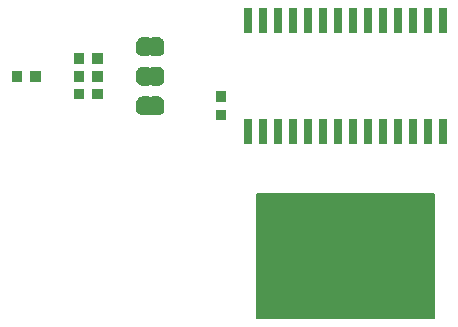
<source format=gbs>
G04 #@! TF.GenerationSoftware,KiCad,Pcbnew,(5.0.2)-1*
G04 #@! TF.CreationDate,2020-02-29T00:21:09+09:00*
G04 #@! TF.ProjectId,House,486f7573-652e-46b6-9963-61645f706362,rev?*
G04 #@! TF.SameCoordinates,Original*
G04 #@! TF.FileFunction,Soldermask,Bot*
G04 #@! TF.FilePolarity,Negative*
%FSLAX46Y46*%
G04 Gerber Fmt 4.6, Leading zero omitted, Abs format (unit mm)*
G04 Created by KiCad (PCBNEW (5.0.2)-1) date 2020/02/29 0:21:09*
%MOMM*%
%LPD*%
G01*
G04 APERTURE LIST*
%ADD10C,0.150000*%
%ADD11C,0.100000*%
G04 APERTURE END LIST*
D10*
G36*
X140000000Y-100000000D02*
X155000000Y-100000000D01*
X155000000Y-110500000D01*
X140000000Y-110500000D01*
X140000000Y-100000000D01*
G37*
X140000000Y-100000000D02*
X155000000Y-100000000D01*
X155000000Y-110500000D01*
X140000000Y-110500000D01*
X140000000Y-100000000D01*
D11*
G36*
X153366000Y-110496000D02*
X151794000Y-110496000D01*
X151794000Y-101504000D01*
X153366000Y-101504000D01*
X153366000Y-110496000D01*
X153366000Y-110496000D01*
G37*
G36*
X148286000Y-110496000D02*
X146714000Y-110496000D01*
X146714000Y-101504000D01*
X148286000Y-101504000D01*
X148286000Y-110496000D01*
X148286000Y-110496000D01*
G37*
G36*
X145746000Y-110496000D02*
X144174000Y-110496000D01*
X144174000Y-101504000D01*
X145746000Y-101504000D01*
X145746000Y-110496000D01*
X145746000Y-110496000D01*
G37*
G36*
X143206000Y-110496000D02*
X141634000Y-110496000D01*
X141634000Y-101504000D01*
X143206000Y-101504000D01*
X143206000Y-110496000D01*
X143206000Y-110496000D01*
G37*
G36*
X150826000Y-110496000D02*
X149254000Y-110496000D01*
X149254000Y-101504000D01*
X150826000Y-101504000D01*
X150826000Y-110496000D01*
X150826000Y-110496000D01*
G37*
G36*
X142136000Y-95751000D02*
X141434000Y-95751000D01*
X141434000Y-93649000D01*
X142136000Y-93649000D01*
X142136000Y-95751000D01*
X142136000Y-95751000D01*
G37*
G36*
X139596000Y-95751000D02*
X138894000Y-95751000D01*
X138894000Y-93649000D01*
X139596000Y-93649000D01*
X139596000Y-95751000D01*
X139596000Y-95751000D01*
G37*
G36*
X140866000Y-95751000D02*
X140164000Y-95751000D01*
X140164000Y-93649000D01*
X140866000Y-93649000D01*
X140866000Y-95751000D01*
X140866000Y-95751000D01*
G37*
G36*
X143406000Y-95751000D02*
X142704000Y-95751000D01*
X142704000Y-93649000D01*
X143406000Y-93649000D01*
X143406000Y-95751000D01*
X143406000Y-95751000D01*
G37*
G36*
X144676000Y-95751000D02*
X143974000Y-95751000D01*
X143974000Y-93649000D01*
X144676000Y-93649000D01*
X144676000Y-95751000D01*
X144676000Y-95751000D01*
G37*
G36*
X145946000Y-95751000D02*
X145244000Y-95751000D01*
X145244000Y-93649000D01*
X145946000Y-93649000D01*
X145946000Y-95751000D01*
X145946000Y-95751000D01*
G37*
G36*
X147216000Y-95751000D02*
X146514000Y-95751000D01*
X146514000Y-93649000D01*
X147216000Y-93649000D01*
X147216000Y-95751000D01*
X147216000Y-95751000D01*
G37*
G36*
X149756000Y-95751000D02*
X149054000Y-95751000D01*
X149054000Y-93649000D01*
X149756000Y-93649000D01*
X149756000Y-95751000D01*
X149756000Y-95751000D01*
G37*
G36*
X151026000Y-95751000D02*
X150324000Y-95751000D01*
X150324000Y-93649000D01*
X151026000Y-93649000D01*
X151026000Y-95751000D01*
X151026000Y-95751000D01*
G37*
G36*
X152296000Y-95751000D02*
X151594000Y-95751000D01*
X151594000Y-93649000D01*
X152296000Y-93649000D01*
X152296000Y-95751000D01*
X152296000Y-95751000D01*
G37*
G36*
X156106000Y-95751000D02*
X155404000Y-95751000D01*
X155404000Y-93649000D01*
X156106000Y-93649000D01*
X156106000Y-95751000D01*
X156106000Y-95751000D01*
G37*
G36*
X154836000Y-95751000D02*
X154134000Y-95751000D01*
X154134000Y-93649000D01*
X154836000Y-93649000D01*
X154836000Y-95751000D01*
X154836000Y-95751000D01*
G37*
G36*
X153566000Y-95751000D02*
X152864000Y-95751000D01*
X152864000Y-93649000D01*
X153566000Y-93649000D01*
X153566000Y-95751000D01*
X153566000Y-95751000D01*
G37*
G36*
X148486000Y-95751000D02*
X147784000Y-95751000D01*
X147784000Y-93649000D01*
X148486000Y-93649000D01*
X148486000Y-95751000D01*
X148486000Y-95751000D01*
G37*
G36*
X137451000Y-93751000D02*
X136549000Y-93751000D01*
X136549000Y-92849000D01*
X137451000Y-92849000D01*
X137451000Y-93751000D01*
X137451000Y-93751000D01*
G37*
G36*
X130859999Y-91699737D02*
X130869611Y-91702653D01*
X130878469Y-91707388D01*
X130886237Y-91713763D01*
X130896446Y-91726202D01*
X130903372Y-91736568D01*
X130920698Y-91753895D01*
X130941073Y-91767510D01*
X130963711Y-91776888D01*
X130987745Y-91781669D01*
X131012249Y-91781669D01*
X131036283Y-91776889D01*
X131058922Y-91767513D01*
X131079297Y-91753899D01*
X131096624Y-91736573D01*
X131103552Y-91726204D01*
X131113763Y-91713763D01*
X131121531Y-91707388D01*
X131130389Y-91702653D01*
X131140001Y-91699737D01*
X131156140Y-91698148D01*
X131643860Y-91698148D01*
X131662198Y-91699954D01*
X131674450Y-91700556D01*
X131692869Y-91700556D01*
X131715149Y-91702750D01*
X131799236Y-91719476D01*
X131820655Y-91725974D01*
X131899871Y-91758785D01*
X131919607Y-91769335D01*
X131990897Y-91816969D01*
X132008208Y-91831176D01*
X132068824Y-91891792D01*
X132083031Y-91909103D01*
X132130665Y-91980393D01*
X132141215Y-92000129D01*
X132174026Y-92079345D01*
X132180524Y-92100764D01*
X132197250Y-92184851D01*
X132199444Y-92207131D01*
X132199444Y-92225550D01*
X132200046Y-92237802D01*
X132201852Y-92256140D01*
X132201852Y-92743861D01*
X132200046Y-92762198D01*
X132199444Y-92774450D01*
X132199444Y-92792869D01*
X132197250Y-92815149D01*
X132180524Y-92899236D01*
X132174026Y-92920655D01*
X132141215Y-92999871D01*
X132130665Y-93019607D01*
X132083031Y-93090897D01*
X132068824Y-93108208D01*
X132008208Y-93168824D01*
X131990897Y-93183031D01*
X131919607Y-93230665D01*
X131899871Y-93241215D01*
X131820655Y-93274026D01*
X131799236Y-93280524D01*
X131715149Y-93297250D01*
X131692869Y-93299444D01*
X131674450Y-93299444D01*
X131662198Y-93300046D01*
X131643861Y-93301852D01*
X131156140Y-93301852D01*
X131140001Y-93300263D01*
X131130389Y-93297347D01*
X131121531Y-93292612D01*
X131113763Y-93286237D01*
X131103554Y-93273798D01*
X131096628Y-93263432D01*
X131079302Y-93246105D01*
X131058927Y-93232490D01*
X131036289Y-93223112D01*
X131012255Y-93218331D01*
X130987751Y-93218331D01*
X130963717Y-93223111D01*
X130941078Y-93232487D01*
X130920703Y-93246101D01*
X130903376Y-93263427D01*
X130896448Y-93273796D01*
X130886237Y-93286237D01*
X130878469Y-93292612D01*
X130869611Y-93297347D01*
X130859999Y-93300263D01*
X130843860Y-93301852D01*
X130356139Y-93301852D01*
X130337802Y-93300046D01*
X130325550Y-93299444D01*
X130307131Y-93299444D01*
X130284851Y-93297250D01*
X130200764Y-93280524D01*
X130179345Y-93274026D01*
X130100129Y-93241215D01*
X130080393Y-93230665D01*
X130009103Y-93183031D01*
X129991792Y-93168824D01*
X129931176Y-93108208D01*
X129916969Y-93090897D01*
X129869335Y-93019607D01*
X129858785Y-92999871D01*
X129825974Y-92920655D01*
X129819476Y-92899236D01*
X129802750Y-92815149D01*
X129800556Y-92792869D01*
X129800556Y-92774450D01*
X129799954Y-92762198D01*
X129798148Y-92743861D01*
X129798148Y-92256140D01*
X129799954Y-92237802D01*
X129800556Y-92225550D01*
X129800556Y-92207131D01*
X129802750Y-92184851D01*
X129819476Y-92100764D01*
X129825974Y-92079345D01*
X129858785Y-92000129D01*
X129869335Y-91980393D01*
X129916969Y-91909103D01*
X129931176Y-91891792D01*
X129991792Y-91831176D01*
X130009103Y-91816969D01*
X130080393Y-91769335D01*
X130100129Y-91758785D01*
X130179345Y-91725974D01*
X130200764Y-91719476D01*
X130284851Y-91702750D01*
X130307131Y-91700556D01*
X130325550Y-91700556D01*
X130337802Y-91699954D01*
X130356140Y-91698148D01*
X130843860Y-91698148D01*
X130859999Y-91699737D01*
X130859999Y-91699737D01*
G37*
G36*
X137451000Y-92151000D02*
X136549000Y-92151000D01*
X136549000Y-91249000D01*
X137451000Y-91249000D01*
X137451000Y-92151000D01*
X137451000Y-92151000D01*
G37*
G36*
X125401000Y-91951000D02*
X124499000Y-91951000D01*
X124499000Y-91049000D01*
X125401000Y-91049000D01*
X125401000Y-91951000D01*
X125401000Y-91951000D01*
G37*
G36*
X127001000Y-91951000D02*
X126099000Y-91951000D01*
X126099000Y-91049000D01*
X127001000Y-91049000D01*
X127001000Y-91951000D01*
X127001000Y-91951000D01*
G37*
G36*
X130859999Y-89199737D02*
X130869611Y-89202653D01*
X130878469Y-89207388D01*
X130886237Y-89213763D01*
X130896446Y-89226202D01*
X130903372Y-89236568D01*
X130920698Y-89253895D01*
X130941073Y-89267510D01*
X130963711Y-89276888D01*
X130987745Y-89281669D01*
X131012249Y-89281669D01*
X131036283Y-89276889D01*
X131058922Y-89267513D01*
X131079297Y-89253899D01*
X131096624Y-89236573D01*
X131103552Y-89226204D01*
X131113763Y-89213763D01*
X131121531Y-89207388D01*
X131130389Y-89202653D01*
X131140001Y-89199737D01*
X131156140Y-89198148D01*
X131643860Y-89198148D01*
X131662198Y-89199954D01*
X131674450Y-89200556D01*
X131692869Y-89200556D01*
X131715149Y-89202750D01*
X131799236Y-89219476D01*
X131820655Y-89225974D01*
X131899871Y-89258785D01*
X131919607Y-89269335D01*
X131990897Y-89316969D01*
X132008208Y-89331176D01*
X132068824Y-89391792D01*
X132083031Y-89409103D01*
X132130665Y-89480393D01*
X132141215Y-89500129D01*
X132174026Y-89579345D01*
X132180524Y-89600764D01*
X132197250Y-89684851D01*
X132199444Y-89707131D01*
X132199444Y-89725550D01*
X132200046Y-89737802D01*
X132201852Y-89756140D01*
X132201852Y-90243861D01*
X132200046Y-90262198D01*
X132199444Y-90274450D01*
X132199444Y-90292869D01*
X132197250Y-90315149D01*
X132180524Y-90399236D01*
X132174026Y-90420655D01*
X132141215Y-90499871D01*
X132130665Y-90519607D01*
X132083031Y-90590897D01*
X132068824Y-90608208D01*
X132008208Y-90668824D01*
X131990897Y-90683031D01*
X131919607Y-90730665D01*
X131899871Y-90741215D01*
X131820655Y-90774026D01*
X131799236Y-90780524D01*
X131715149Y-90797250D01*
X131692869Y-90799444D01*
X131674450Y-90799444D01*
X131662198Y-90800046D01*
X131643861Y-90801852D01*
X131156140Y-90801852D01*
X131140001Y-90800263D01*
X131130389Y-90797347D01*
X131121531Y-90792612D01*
X131113763Y-90786237D01*
X131103554Y-90773798D01*
X131096628Y-90763432D01*
X131079302Y-90746105D01*
X131058927Y-90732490D01*
X131036289Y-90723112D01*
X131012255Y-90718331D01*
X130987751Y-90718331D01*
X130963717Y-90723111D01*
X130941078Y-90732487D01*
X130920703Y-90746101D01*
X130903376Y-90763427D01*
X130896448Y-90773796D01*
X130886237Y-90786237D01*
X130878469Y-90792612D01*
X130869611Y-90797347D01*
X130859999Y-90800263D01*
X130843860Y-90801852D01*
X130356139Y-90801852D01*
X130337802Y-90800046D01*
X130325550Y-90799444D01*
X130307131Y-90799444D01*
X130284851Y-90797250D01*
X130200764Y-90780524D01*
X130179345Y-90774026D01*
X130100129Y-90741215D01*
X130080393Y-90730665D01*
X130009103Y-90683031D01*
X129991792Y-90668824D01*
X129931176Y-90608208D01*
X129916969Y-90590897D01*
X129869335Y-90519607D01*
X129858785Y-90499871D01*
X129825974Y-90420655D01*
X129819476Y-90399236D01*
X129802750Y-90315149D01*
X129800556Y-90292869D01*
X129800556Y-90274450D01*
X129799954Y-90262198D01*
X129798148Y-90243861D01*
X129798148Y-89756140D01*
X129799954Y-89737802D01*
X129800556Y-89725550D01*
X129800556Y-89707131D01*
X129802750Y-89684851D01*
X129819476Y-89600764D01*
X129825974Y-89579345D01*
X129858785Y-89500129D01*
X129869335Y-89480393D01*
X129916969Y-89409103D01*
X129931176Y-89391792D01*
X129991792Y-89331176D01*
X130009103Y-89316969D01*
X130080393Y-89269335D01*
X130100129Y-89258785D01*
X130179345Y-89225974D01*
X130200764Y-89219476D01*
X130284851Y-89202750D01*
X130307131Y-89200556D01*
X130325550Y-89200556D01*
X130337802Y-89199954D01*
X130356140Y-89198148D01*
X130843860Y-89198148D01*
X130859999Y-89199737D01*
X130859999Y-89199737D01*
G37*
G36*
X127001000Y-90451000D02*
X126099000Y-90451000D01*
X126099000Y-89549000D01*
X127001000Y-89549000D01*
X127001000Y-90451000D01*
X127001000Y-90451000D01*
G37*
G36*
X125401000Y-90451000D02*
X124499000Y-90451000D01*
X124499000Y-89549000D01*
X125401000Y-89549000D01*
X125401000Y-90451000D01*
X125401000Y-90451000D01*
G37*
G36*
X121751000Y-90451000D02*
X120849000Y-90451000D01*
X120849000Y-89549000D01*
X121751000Y-89549000D01*
X121751000Y-90451000D01*
X121751000Y-90451000D01*
G37*
G36*
X120151000Y-90451000D02*
X119249000Y-90451000D01*
X119249000Y-89549000D01*
X120151000Y-89549000D01*
X120151000Y-90451000D01*
X120151000Y-90451000D01*
G37*
G36*
X125401000Y-88951000D02*
X124499000Y-88951000D01*
X124499000Y-88049000D01*
X125401000Y-88049000D01*
X125401000Y-88951000D01*
X125401000Y-88951000D01*
G37*
G36*
X127001000Y-88951000D02*
X126099000Y-88951000D01*
X126099000Y-88049000D01*
X127001000Y-88049000D01*
X127001000Y-88951000D01*
X127001000Y-88951000D01*
G37*
G36*
X130859999Y-86699737D02*
X130869611Y-86702653D01*
X130878469Y-86707388D01*
X130886237Y-86713763D01*
X130896446Y-86726202D01*
X130903372Y-86736568D01*
X130920698Y-86753895D01*
X130941073Y-86767510D01*
X130963711Y-86776888D01*
X130987745Y-86781669D01*
X131012249Y-86781669D01*
X131036283Y-86776889D01*
X131058922Y-86767513D01*
X131079297Y-86753899D01*
X131096624Y-86736573D01*
X131103552Y-86726204D01*
X131113763Y-86713763D01*
X131121531Y-86707388D01*
X131130389Y-86702653D01*
X131140001Y-86699737D01*
X131156140Y-86698148D01*
X131643860Y-86698148D01*
X131662198Y-86699954D01*
X131674450Y-86700556D01*
X131692869Y-86700556D01*
X131715149Y-86702750D01*
X131799236Y-86719476D01*
X131820655Y-86725974D01*
X131899871Y-86758785D01*
X131919607Y-86769335D01*
X131990897Y-86816969D01*
X132008208Y-86831176D01*
X132068824Y-86891792D01*
X132083031Y-86909103D01*
X132130665Y-86980393D01*
X132141215Y-87000129D01*
X132174026Y-87079345D01*
X132180524Y-87100764D01*
X132197250Y-87184851D01*
X132199444Y-87207131D01*
X132199444Y-87225550D01*
X132200046Y-87237802D01*
X132201852Y-87256140D01*
X132201852Y-87743861D01*
X132200046Y-87762198D01*
X132199444Y-87774450D01*
X132199444Y-87792869D01*
X132197250Y-87815149D01*
X132180524Y-87899236D01*
X132174026Y-87920655D01*
X132141215Y-87999871D01*
X132130665Y-88019607D01*
X132083031Y-88090897D01*
X132068824Y-88108208D01*
X132008208Y-88168824D01*
X131990897Y-88183031D01*
X131919607Y-88230665D01*
X131899871Y-88241215D01*
X131820655Y-88274026D01*
X131799236Y-88280524D01*
X131715149Y-88297250D01*
X131692869Y-88299444D01*
X131674450Y-88299444D01*
X131662198Y-88300046D01*
X131643861Y-88301852D01*
X131156140Y-88301852D01*
X131140001Y-88300263D01*
X131130389Y-88297347D01*
X131121531Y-88292612D01*
X131113763Y-88286237D01*
X131103554Y-88273798D01*
X131096628Y-88263432D01*
X131079302Y-88246105D01*
X131058927Y-88232490D01*
X131036289Y-88223112D01*
X131012255Y-88218331D01*
X130987751Y-88218331D01*
X130963717Y-88223111D01*
X130941078Y-88232487D01*
X130920703Y-88246101D01*
X130903376Y-88263427D01*
X130896448Y-88273796D01*
X130886237Y-88286237D01*
X130878469Y-88292612D01*
X130869611Y-88297347D01*
X130859999Y-88300263D01*
X130843860Y-88301852D01*
X130356139Y-88301852D01*
X130337802Y-88300046D01*
X130325550Y-88299444D01*
X130307131Y-88299444D01*
X130284851Y-88297250D01*
X130200764Y-88280524D01*
X130179345Y-88274026D01*
X130100129Y-88241215D01*
X130080393Y-88230665D01*
X130009103Y-88183031D01*
X129991792Y-88168824D01*
X129931176Y-88108208D01*
X129916969Y-88090897D01*
X129869335Y-88019607D01*
X129858785Y-87999871D01*
X129825974Y-87920655D01*
X129819476Y-87899236D01*
X129802750Y-87815149D01*
X129800556Y-87792869D01*
X129800556Y-87774450D01*
X129799954Y-87762198D01*
X129798148Y-87743861D01*
X129798148Y-87256140D01*
X129799954Y-87237802D01*
X129800556Y-87225550D01*
X129800556Y-87207131D01*
X129802750Y-87184851D01*
X129819476Y-87100764D01*
X129825974Y-87079345D01*
X129858785Y-87000129D01*
X129869335Y-86980393D01*
X129916969Y-86909103D01*
X129931176Y-86891792D01*
X129991792Y-86831176D01*
X130009103Y-86816969D01*
X130080393Y-86769335D01*
X130100129Y-86758785D01*
X130179345Y-86725974D01*
X130200764Y-86719476D01*
X130284851Y-86702750D01*
X130307131Y-86700556D01*
X130325550Y-86700556D01*
X130337802Y-86699954D01*
X130356140Y-86698148D01*
X130843860Y-86698148D01*
X130859999Y-86699737D01*
X130859999Y-86699737D01*
G37*
G36*
X139596000Y-86351000D02*
X138894000Y-86351000D01*
X138894000Y-84249000D01*
X139596000Y-84249000D01*
X139596000Y-86351000D01*
X139596000Y-86351000D01*
G37*
G36*
X151026000Y-86351000D02*
X150324000Y-86351000D01*
X150324000Y-84249000D01*
X151026000Y-84249000D01*
X151026000Y-86351000D01*
X151026000Y-86351000D01*
G37*
G36*
X149756000Y-86351000D02*
X149054000Y-86351000D01*
X149054000Y-84249000D01*
X149756000Y-84249000D01*
X149756000Y-86351000D01*
X149756000Y-86351000D01*
G37*
G36*
X148486000Y-86351000D02*
X147784000Y-86351000D01*
X147784000Y-84249000D01*
X148486000Y-84249000D01*
X148486000Y-86351000D01*
X148486000Y-86351000D01*
G37*
G36*
X147216000Y-86351000D02*
X146514000Y-86351000D01*
X146514000Y-84249000D01*
X147216000Y-84249000D01*
X147216000Y-86351000D01*
X147216000Y-86351000D01*
G37*
G36*
X145946000Y-86351000D02*
X145244000Y-86351000D01*
X145244000Y-84249000D01*
X145946000Y-84249000D01*
X145946000Y-86351000D01*
X145946000Y-86351000D01*
G37*
G36*
X144676000Y-86351000D02*
X143974000Y-86351000D01*
X143974000Y-84249000D01*
X144676000Y-84249000D01*
X144676000Y-86351000D01*
X144676000Y-86351000D01*
G37*
G36*
X143406000Y-86351000D02*
X142704000Y-86351000D01*
X142704000Y-84249000D01*
X143406000Y-84249000D01*
X143406000Y-86351000D01*
X143406000Y-86351000D01*
G37*
G36*
X142136000Y-86351000D02*
X141434000Y-86351000D01*
X141434000Y-84249000D01*
X142136000Y-84249000D01*
X142136000Y-86351000D01*
X142136000Y-86351000D01*
G37*
G36*
X140866000Y-86351000D02*
X140164000Y-86351000D01*
X140164000Y-84249000D01*
X140866000Y-84249000D01*
X140866000Y-86351000D01*
X140866000Y-86351000D01*
G37*
G36*
X153566000Y-86351000D02*
X152864000Y-86351000D01*
X152864000Y-84249000D01*
X153566000Y-84249000D01*
X153566000Y-86351000D01*
X153566000Y-86351000D01*
G37*
G36*
X154836000Y-86351000D02*
X154134000Y-86351000D01*
X154134000Y-84249000D01*
X154836000Y-84249000D01*
X154836000Y-86351000D01*
X154836000Y-86351000D01*
G37*
G36*
X156106000Y-86351000D02*
X155404000Y-86351000D01*
X155404000Y-84249000D01*
X156106000Y-84249000D01*
X156106000Y-86351000D01*
X156106000Y-86351000D01*
G37*
G36*
X152296000Y-86351000D02*
X151594000Y-86351000D01*
X151594000Y-84249000D01*
X152296000Y-84249000D01*
X152296000Y-86351000D01*
X152296000Y-86351000D01*
G37*
M02*

</source>
